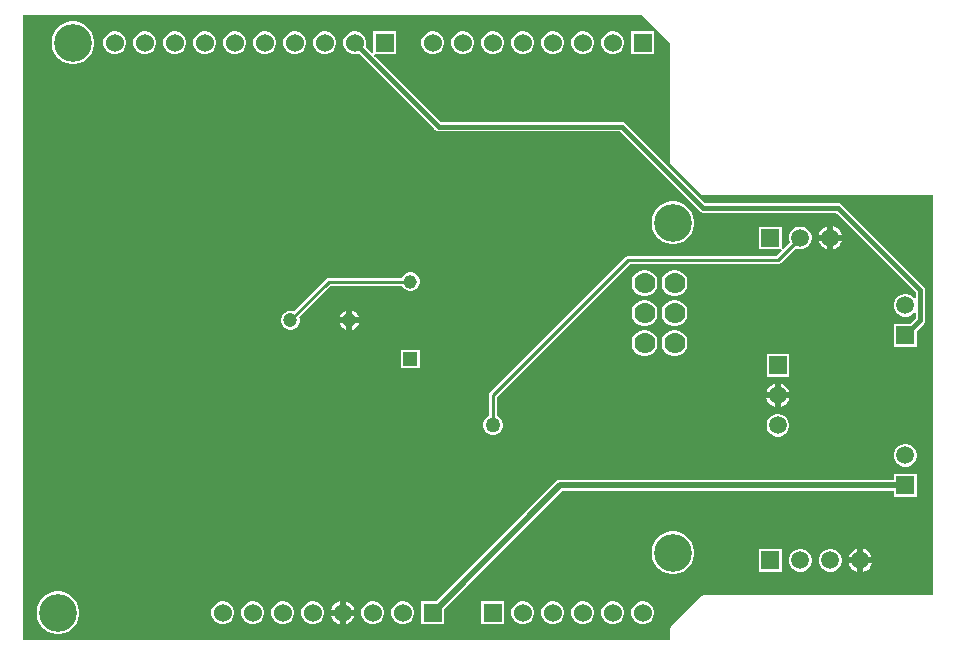
<source format=gbr>
%TF.GenerationSoftware,Altium Limited,Altium Designer,23.6.0 (18)*%
G04 Layer_Physical_Order=1*
G04 Layer_Color=255*
%FSLAX45Y45*%
%MOMM*%
%TF.SameCoordinates,BE964043-2EFE-40DF-B488-D83AE96C0F84*%
%TF.FilePolarity,Positive*%
%TF.FileFunction,Copper,L1,Top,Signal*%
%TF.Part,Single*%
G01*
G75*
%TA.AperFunction,Conductor*%
%ADD10C,0.25400*%
%ADD11C,0.38100*%
%ADD12C,0.50800*%
%TA.AperFunction,ComponentPad*%
%ADD13C,1.50000*%
%ADD14R,1.50000X1.50000*%
%ADD15R,1.50000X1.50000*%
%ADD16C,1.20000*%
%ADD17C,1.15000*%
%ADD18R,1.15000X1.15000*%
%TA.AperFunction,ViaPad*%
%ADD19C,3.20000*%
%TA.AperFunction,ComponentPad*%
%ADD20R,1.52400X1.52400*%
%ADD21C,1.52400*%
%ADD22C,1.77800*%
%TA.AperFunction,ViaPad*%
%ADD23C,1.27000*%
G36*
X6583609Y5071554D02*
Y4064001D01*
X6585162Y4056197D01*
X6589582Y4049581D01*
X6843581Y3795583D01*
X6843581Y3795582D01*
X6850197Y3791162D01*
X6858001Y3789609D01*
X8806109D01*
Y401391D01*
X6858001D01*
X6850197Y399838D01*
X6843581Y395418D01*
X6589583Y141419D01*
X6589582Y141419D01*
X6585162Y134803D01*
X6583609Y126999D01*
Y20391D01*
X1099891D01*
Y5313609D01*
X6341554D01*
X6583609Y5071554D01*
D02*
G37*
%LPC*%
G36*
X4262120Y5176520D02*
X4069080D01*
Y4997249D01*
X4056380Y4991988D01*
X4002405Y5045963D01*
X4008120Y5067293D01*
Y5092707D01*
X4001542Y5117255D01*
X3988835Y5139265D01*
X3970865Y5157235D01*
X3948855Y5169942D01*
X3924307Y5176520D01*
X3898893D01*
X3874345Y5169942D01*
X3852335Y5157235D01*
X3834365Y5139265D01*
X3821658Y5117255D01*
X3815080Y5092707D01*
Y5067293D01*
X3821658Y5042745D01*
X3834365Y5020735D01*
X3852335Y5002765D01*
X3874345Y4990058D01*
X3898893Y4983480D01*
X3924307D01*
X3945637Y4989195D01*
X4592651Y4342181D01*
X4605674Y4333479D01*
X4621035Y4330423D01*
X6153808D01*
X6829616Y3654616D01*
X6842639Y3645914D01*
X6858000Y3642859D01*
X7984373D01*
X8659359Y2967873D01*
Y2921137D01*
X8646659Y2918144D01*
X8631028Y2933775D01*
X8609292Y2946324D01*
X8585049Y2952820D01*
X8559951D01*
X8535708Y2946324D01*
X8513972Y2933775D01*
X8496225Y2916028D01*
X8483676Y2894292D01*
X8477180Y2870049D01*
Y2844951D01*
X8483676Y2820708D01*
X8496225Y2798972D01*
X8513972Y2781225D01*
X8535708Y2768676D01*
X8559951Y2762180D01*
X8585049D01*
X8609292Y2768676D01*
X8631028Y2781225D01*
X8646659Y2796856D01*
X8659359Y2793863D01*
Y2747127D01*
X8611051Y2698820D01*
X8477180D01*
Y2508180D01*
X8667820D01*
Y2642051D01*
X8727884Y2702116D01*
X8736586Y2715139D01*
X8739641Y2730500D01*
Y2984500D01*
X8736586Y2999861D01*
X8727884Y3012884D01*
X8029384Y3711384D01*
X8016361Y3720086D01*
X8001000Y3723141D01*
X6874627D01*
X6198819Y4398949D01*
X6185797Y4407651D01*
X6170435Y4410706D01*
X4637662D01*
X4077588Y4970780D01*
X4082849Y4983480D01*
X4262120D01*
Y5176520D01*
D02*
G37*
G36*
X6446520D02*
X6253480D01*
Y4983480D01*
X6446520D01*
Y5176520D01*
D02*
G37*
G36*
X6108707D02*
X6083293D01*
X6058745Y5169942D01*
X6036735Y5157235D01*
X6018765Y5139265D01*
X6006058Y5117255D01*
X5999480Y5092707D01*
Y5067293D01*
X6006058Y5042745D01*
X6018765Y5020735D01*
X6036735Y5002765D01*
X6058745Y4990058D01*
X6083293Y4983480D01*
X6108707D01*
X6133255Y4990058D01*
X6155265Y5002765D01*
X6173235Y5020735D01*
X6185942Y5042745D01*
X6192520Y5067293D01*
Y5092707D01*
X6185942Y5117255D01*
X6173235Y5139265D01*
X6155265Y5157235D01*
X6133255Y5169942D01*
X6108707Y5176520D01*
D02*
G37*
G36*
X5854707D02*
X5829293D01*
X5804745Y5169942D01*
X5782735Y5157235D01*
X5764765Y5139265D01*
X5752058Y5117255D01*
X5745480Y5092707D01*
Y5067293D01*
X5752058Y5042745D01*
X5764765Y5020735D01*
X5782735Y5002765D01*
X5804745Y4990058D01*
X5829293Y4983480D01*
X5854707D01*
X5879255Y4990058D01*
X5901265Y5002765D01*
X5919235Y5020735D01*
X5931942Y5042745D01*
X5938520Y5067293D01*
Y5092707D01*
X5931942Y5117255D01*
X5919235Y5139265D01*
X5901265Y5157235D01*
X5879255Y5169942D01*
X5854707Y5176520D01*
D02*
G37*
G36*
X5600707D02*
X5575293D01*
X5550745Y5169942D01*
X5528735Y5157235D01*
X5510765Y5139265D01*
X5498058Y5117255D01*
X5491480Y5092707D01*
Y5067293D01*
X5498058Y5042745D01*
X5510765Y5020735D01*
X5528735Y5002765D01*
X5550745Y4990058D01*
X5575293Y4983480D01*
X5600707D01*
X5625255Y4990058D01*
X5647265Y5002765D01*
X5665235Y5020735D01*
X5677942Y5042745D01*
X5684520Y5067293D01*
Y5092707D01*
X5677942Y5117255D01*
X5665235Y5139265D01*
X5647265Y5157235D01*
X5625255Y5169942D01*
X5600707Y5176520D01*
D02*
G37*
G36*
X5346707D02*
X5321293D01*
X5296745Y5169942D01*
X5274735Y5157235D01*
X5256765Y5139265D01*
X5244058Y5117255D01*
X5237480Y5092707D01*
Y5067293D01*
X5244058Y5042745D01*
X5256765Y5020735D01*
X5274735Y5002765D01*
X5296745Y4990058D01*
X5321293Y4983480D01*
X5346707D01*
X5371255Y4990058D01*
X5393265Y5002765D01*
X5411235Y5020735D01*
X5423942Y5042745D01*
X5430520Y5067293D01*
Y5092707D01*
X5423942Y5117255D01*
X5411235Y5139265D01*
X5393265Y5157235D01*
X5371255Y5169942D01*
X5346707Y5176520D01*
D02*
G37*
G36*
X5092707D02*
X5067293D01*
X5042745Y5169942D01*
X5020735Y5157235D01*
X5002765Y5139265D01*
X4990058Y5117255D01*
X4983480Y5092707D01*
Y5067293D01*
X4990058Y5042745D01*
X5002765Y5020735D01*
X5020735Y5002765D01*
X5042745Y4990058D01*
X5067293Y4983480D01*
X5092707D01*
X5117255Y4990058D01*
X5139265Y5002765D01*
X5157235Y5020735D01*
X5169942Y5042745D01*
X5176520Y5067293D01*
Y5092707D01*
X5169942Y5117255D01*
X5157235Y5139265D01*
X5139265Y5157235D01*
X5117255Y5169942D01*
X5092707Y5176520D01*
D02*
G37*
G36*
X4838707D02*
X4813293D01*
X4788745Y5169942D01*
X4766735Y5157235D01*
X4748765Y5139265D01*
X4736058Y5117255D01*
X4729480Y5092707D01*
Y5067293D01*
X4736058Y5042745D01*
X4748765Y5020735D01*
X4766735Y5002765D01*
X4788745Y4990058D01*
X4813293Y4983480D01*
X4838707D01*
X4863255Y4990058D01*
X4885265Y5002765D01*
X4903235Y5020735D01*
X4915942Y5042745D01*
X4922520Y5067293D01*
Y5092707D01*
X4915942Y5117255D01*
X4903235Y5139265D01*
X4885265Y5157235D01*
X4863255Y5169942D01*
X4838707Y5176520D01*
D02*
G37*
G36*
X4584707D02*
X4559293D01*
X4534745Y5169942D01*
X4512735Y5157235D01*
X4494765Y5139265D01*
X4482058Y5117255D01*
X4475480Y5092707D01*
Y5067293D01*
X4482058Y5042745D01*
X4494765Y5020735D01*
X4512735Y5002765D01*
X4534745Y4990058D01*
X4559293Y4983480D01*
X4584707D01*
X4609255Y4990058D01*
X4631265Y5002765D01*
X4649235Y5020735D01*
X4661942Y5042745D01*
X4668520Y5067293D01*
Y5092707D01*
X4661942Y5117255D01*
X4649235Y5139265D01*
X4631265Y5157235D01*
X4609255Y5169942D01*
X4584707Y5176520D01*
D02*
G37*
G36*
X3670307D02*
X3644893D01*
X3620345Y5169942D01*
X3598335Y5157235D01*
X3580365Y5139265D01*
X3567658Y5117255D01*
X3561080Y5092707D01*
Y5067293D01*
X3567658Y5042745D01*
X3580365Y5020735D01*
X3598335Y5002765D01*
X3620345Y4990058D01*
X3644893Y4983480D01*
X3670307D01*
X3694855Y4990058D01*
X3716865Y5002765D01*
X3734835Y5020735D01*
X3747542Y5042745D01*
X3754120Y5067293D01*
Y5092707D01*
X3747542Y5117255D01*
X3734835Y5139265D01*
X3716865Y5157235D01*
X3694855Y5169942D01*
X3670307Y5176520D01*
D02*
G37*
G36*
X3416307D02*
X3390893D01*
X3366345Y5169942D01*
X3344335Y5157235D01*
X3326365Y5139265D01*
X3313658Y5117255D01*
X3307080Y5092707D01*
Y5067293D01*
X3313658Y5042745D01*
X3326365Y5020735D01*
X3344335Y5002765D01*
X3366345Y4990058D01*
X3390893Y4983480D01*
X3416307D01*
X3440855Y4990058D01*
X3462865Y5002765D01*
X3480835Y5020735D01*
X3493542Y5042745D01*
X3500120Y5067293D01*
Y5092707D01*
X3493542Y5117255D01*
X3480835Y5139265D01*
X3462865Y5157235D01*
X3440855Y5169942D01*
X3416307Y5176520D01*
D02*
G37*
G36*
X3162307D02*
X3136893D01*
X3112345Y5169942D01*
X3090335Y5157235D01*
X3072365Y5139265D01*
X3059658Y5117255D01*
X3053080Y5092707D01*
Y5067293D01*
X3059658Y5042745D01*
X3072365Y5020735D01*
X3090335Y5002765D01*
X3112345Y4990058D01*
X3136893Y4983480D01*
X3162307D01*
X3186855Y4990058D01*
X3208865Y5002765D01*
X3226835Y5020735D01*
X3239542Y5042745D01*
X3246120Y5067293D01*
Y5092707D01*
X3239542Y5117255D01*
X3226835Y5139265D01*
X3208865Y5157235D01*
X3186855Y5169942D01*
X3162307Y5176520D01*
D02*
G37*
G36*
X2908307D02*
X2882893D01*
X2858345Y5169942D01*
X2836335Y5157235D01*
X2818365Y5139265D01*
X2805658Y5117255D01*
X2799080Y5092707D01*
Y5067293D01*
X2805658Y5042745D01*
X2818365Y5020735D01*
X2836335Y5002765D01*
X2858345Y4990058D01*
X2882893Y4983480D01*
X2908307D01*
X2932855Y4990058D01*
X2954865Y5002765D01*
X2972835Y5020735D01*
X2985542Y5042745D01*
X2992120Y5067293D01*
Y5092707D01*
X2985542Y5117255D01*
X2972835Y5139265D01*
X2954865Y5157235D01*
X2932855Y5169942D01*
X2908307Y5176520D01*
D02*
G37*
G36*
X2654307D02*
X2628893D01*
X2604345Y5169942D01*
X2582335Y5157235D01*
X2564365Y5139265D01*
X2551658Y5117255D01*
X2545080Y5092707D01*
Y5067293D01*
X2551658Y5042745D01*
X2564365Y5020735D01*
X2582335Y5002765D01*
X2604345Y4990058D01*
X2628893Y4983480D01*
X2654307D01*
X2678855Y4990058D01*
X2700865Y5002765D01*
X2718835Y5020735D01*
X2731542Y5042745D01*
X2738120Y5067293D01*
Y5092707D01*
X2731542Y5117255D01*
X2718835Y5139265D01*
X2700865Y5157235D01*
X2678855Y5169942D01*
X2654307Y5176520D01*
D02*
G37*
G36*
X2400307D02*
X2374893D01*
X2350345Y5169942D01*
X2328335Y5157235D01*
X2310365Y5139265D01*
X2297658Y5117255D01*
X2291080Y5092707D01*
Y5067293D01*
X2297658Y5042745D01*
X2310365Y5020735D01*
X2328335Y5002765D01*
X2350345Y4990058D01*
X2374893Y4983480D01*
X2400307D01*
X2424855Y4990058D01*
X2446865Y5002765D01*
X2464835Y5020735D01*
X2477542Y5042745D01*
X2484120Y5067293D01*
Y5092707D01*
X2477542Y5117255D01*
X2464835Y5139265D01*
X2446865Y5157235D01*
X2424855Y5169942D01*
X2400307Y5176520D01*
D02*
G37*
G36*
X2146307D02*
X2120893D01*
X2096345Y5169942D01*
X2074335Y5157235D01*
X2056365Y5139265D01*
X2043658Y5117255D01*
X2037080Y5092707D01*
Y5067293D01*
X2043658Y5042745D01*
X2056365Y5020735D01*
X2074335Y5002765D01*
X2096345Y4990058D01*
X2120893Y4983480D01*
X2146307D01*
X2170855Y4990058D01*
X2192865Y5002765D01*
X2210835Y5020735D01*
X2223542Y5042745D01*
X2230120Y5067293D01*
Y5092707D01*
X2223542Y5117255D01*
X2210835Y5139265D01*
X2192865Y5157235D01*
X2170855Y5169942D01*
X2146307Y5176520D01*
D02*
G37*
G36*
X1892307D02*
X1866893D01*
X1842345Y5169942D01*
X1820335Y5157235D01*
X1802365Y5139265D01*
X1789658Y5117255D01*
X1783080Y5092707D01*
Y5067293D01*
X1789658Y5042745D01*
X1802365Y5020735D01*
X1820335Y5002765D01*
X1842345Y4990058D01*
X1866893Y4983480D01*
X1892307D01*
X1916855Y4990058D01*
X1938865Y5002765D01*
X1956835Y5020735D01*
X1969542Y5042745D01*
X1976120Y5067293D01*
Y5092707D01*
X1969542Y5117255D01*
X1956835Y5139265D01*
X1938865Y5157235D01*
X1916855Y5169942D01*
X1892307Y5176520D01*
D02*
G37*
G36*
X1541760Y5260320D02*
X1506240D01*
X1471403Y5253390D01*
X1438586Y5239797D01*
X1409053Y5220064D01*
X1383936Y5194947D01*
X1364203Y5165414D01*
X1350610Y5132597D01*
X1343680Y5097760D01*
Y5062240D01*
X1350610Y5027403D01*
X1364203Y4994586D01*
X1383936Y4965053D01*
X1409053Y4939936D01*
X1438586Y4920203D01*
X1471403Y4906610D01*
X1506240Y4899680D01*
X1541760D01*
X1576597Y4906610D01*
X1609414Y4920203D01*
X1638947Y4939936D01*
X1664064Y4965053D01*
X1683797Y4994586D01*
X1697390Y5027403D01*
X1704320Y5062240D01*
Y5097760D01*
X1697390Y5132597D01*
X1683797Y5165414D01*
X1664064Y5194947D01*
X1638947Y5220064D01*
X1609414Y5239797D01*
X1576597Y5253390D01*
X1541760Y5260320D01*
D02*
G37*
G36*
X7962900Y3526136D02*
Y3454400D01*
X8034636D01*
X8031058Y3467753D01*
X8017840Y3490647D01*
X7999147Y3509340D01*
X7976253Y3522558D01*
X7962900Y3526136D01*
D02*
G37*
G36*
X7912100D02*
X7898747Y3522558D01*
X7875853Y3509340D01*
X7857160Y3490647D01*
X7843942Y3467753D01*
X7840364Y3454400D01*
X7912100D01*
Y3526136D01*
D02*
G37*
G36*
X6621760Y3736320D02*
X6586240D01*
X6551403Y3729390D01*
X6518586Y3715797D01*
X6489053Y3696064D01*
X6463936Y3670947D01*
X6444203Y3641414D01*
X6430610Y3608597D01*
X6423680Y3573760D01*
Y3538240D01*
X6430610Y3503403D01*
X6444203Y3470586D01*
X6463936Y3441053D01*
X6489053Y3415936D01*
X6518586Y3396203D01*
X6551403Y3382610D01*
X6586240Y3375680D01*
X6621760D01*
X6656597Y3382610D01*
X6689414Y3396203D01*
X6718947Y3415936D01*
X6744064Y3441053D01*
X6763797Y3470586D01*
X6777390Y3503403D01*
X6784320Y3538240D01*
Y3573760D01*
X6777390Y3608597D01*
X6763797Y3641414D01*
X6744064Y3670947D01*
X6718947Y3696064D01*
X6689414Y3715797D01*
X6656597Y3729390D01*
X6621760Y3736320D01*
D02*
G37*
G36*
X8034636Y3403600D02*
X7962900D01*
Y3331864D01*
X7976253Y3335442D01*
X7999147Y3348660D01*
X8017840Y3367353D01*
X8031058Y3390247D01*
X8034636Y3403600D01*
D02*
G37*
G36*
X7912100D02*
X7840364D01*
X7843942Y3390247D01*
X7857160Y3367353D01*
X7875853Y3348660D01*
X7898747Y3335442D01*
X7912100Y3331864D01*
Y3403600D01*
D02*
G37*
G36*
X7696049Y3524320D02*
X7670951D01*
X7646708Y3517824D01*
X7624972Y3505275D01*
X7607225Y3487528D01*
X7594676Y3465792D01*
X7588180Y3441549D01*
Y3416451D01*
X7594676Y3392208D01*
X7596294Y3389406D01*
X7535365Y3328477D01*
X7524820Y3335893D01*
X7524820Y3345463D01*
Y3524320D01*
X7334180D01*
Y3333680D01*
X7512329D01*
X7522607Y3333680D01*
X7530023Y3323135D01*
X7479055Y3272167D01*
X6223000D01*
X6210116Y3269604D01*
X6199194Y3262306D01*
X5056194Y2119306D01*
X5048896Y2108384D01*
X5046333Y2095500D01*
Y1918849D01*
X5028533Y1908573D01*
X5012927Y1892967D01*
X5001892Y1873853D01*
X4996180Y1852535D01*
Y1830465D01*
X5001892Y1809147D01*
X5012927Y1790033D01*
X5028533Y1774427D01*
X5047647Y1763392D01*
X5068965Y1757680D01*
X5091035D01*
X5112353Y1763392D01*
X5131467Y1774427D01*
X5147073Y1790033D01*
X5158108Y1809147D01*
X5163820Y1830465D01*
Y1852535D01*
X5158108Y1873853D01*
X5147073Y1892967D01*
X5131467Y1908573D01*
X5113667Y1918849D01*
Y2081555D01*
X6236945Y3204833D01*
X7493000D01*
X7505884Y3207396D01*
X7516806Y3214694D01*
X7643906Y3341794D01*
X7646708Y3340176D01*
X7670951Y3333680D01*
X7696049D01*
X7720292Y3340176D01*
X7742028Y3352725D01*
X7759775Y3370472D01*
X7772324Y3392208D01*
X7778820Y3416451D01*
Y3441549D01*
X7772324Y3465792D01*
X7759775Y3487528D01*
X7742028Y3505275D01*
X7720292Y3517824D01*
X7696049Y3524320D01*
D02*
G37*
G36*
X4391745Y3136320D02*
X4371255D01*
X4351462Y3131017D01*
X4333717Y3120772D01*
X4319228Y3106283D01*
X4311079Y3092167D01*
X3693500D01*
X3680616Y3089604D01*
X3669694Y3082306D01*
X3393530Y2806142D01*
X3376074Y2810820D01*
X3354926D01*
X3334498Y2805346D01*
X3316182Y2794772D01*
X3301228Y2779818D01*
X3290654Y2761502D01*
X3285180Y2741074D01*
Y2719926D01*
X3290654Y2699498D01*
X3301228Y2681182D01*
X3316182Y2666228D01*
X3334498Y2655654D01*
X3354926Y2650180D01*
X3376074D01*
X3396502Y2655654D01*
X3414818Y2666228D01*
X3429772Y2681182D01*
X3440346Y2699498D01*
X3445820Y2719926D01*
Y2741074D01*
X3441142Y2758530D01*
X3707445Y3024833D01*
X4311079D01*
X4319228Y3010717D01*
X4333717Y2996228D01*
X4351462Y2985983D01*
X4371255Y2980680D01*
X4391745D01*
X4411538Y2985983D01*
X4429283Y2996228D01*
X4443772Y3010717D01*
X4454017Y3028463D01*
X4459320Y3048255D01*
Y3068745D01*
X4454017Y3088538D01*
X4443772Y3106283D01*
X4429283Y3120772D01*
X4411538Y3131017D01*
X4391745Y3136320D01*
D02*
G37*
G36*
X6632380Y3152219D02*
X6603621D01*
X6575843Y3144776D01*
X6550938Y3130396D01*
X6530603Y3110061D01*
X6516224Y3085156D01*
X6508780Y3057378D01*
Y3028620D01*
X6516224Y3000841D01*
X6530603Y2975936D01*
X6550938Y2955601D01*
X6575843Y2941222D01*
X6603621Y2933779D01*
X6632380D01*
X6660158Y2941222D01*
X6685063Y2955601D01*
X6705398Y2975936D01*
X6719777Y3000841D01*
X6727220Y3028620D01*
Y3057378D01*
X6719777Y3085156D01*
X6705398Y3110061D01*
X6685063Y3130396D01*
X6660158Y3144776D01*
X6632380Y3152219D01*
D02*
G37*
G36*
X6378380D02*
X6349621D01*
X6321843Y3144776D01*
X6296938Y3130396D01*
X6276603Y3110061D01*
X6262224Y3085156D01*
X6254780Y3057378D01*
Y3028620D01*
X6262224Y3000841D01*
X6276603Y2975936D01*
X6296938Y2955601D01*
X6321843Y2941222D01*
X6349621Y2933779D01*
X6378380D01*
X6406158Y2941222D01*
X6431063Y2955601D01*
X6451398Y2975936D01*
X6465777Y3000841D01*
X6473220Y3028620D01*
Y3057378D01*
X6465777Y3085156D01*
X6451398Y3110061D01*
X6431063Y3130396D01*
X6406158Y3144776D01*
X6378380Y3152219D01*
D02*
G37*
G36*
X3890900Y2812106D02*
Y2755900D01*
X3947106D01*
X3945080Y2763463D01*
X3933837Y2782937D01*
X3917937Y2798837D01*
X3898463Y2810080D01*
X3890900Y2812106D01*
D02*
G37*
G36*
X3840100D02*
X3832537Y2810080D01*
X3813063Y2798837D01*
X3797163Y2782937D01*
X3785920Y2763463D01*
X3783894Y2755900D01*
X3840100D01*
Y2812106D01*
D02*
G37*
G36*
X6632380Y2898219D02*
X6603621D01*
X6575843Y2890776D01*
X6550938Y2876396D01*
X6530603Y2856061D01*
X6516224Y2831156D01*
X6508780Y2803378D01*
Y2774620D01*
X6516224Y2746841D01*
X6530603Y2721936D01*
X6550938Y2701601D01*
X6575843Y2687222D01*
X6603621Y2679779D01*
X6632380D01*
X6660158Y2687222D01*
X6685063Y2701601D01*
X6705398Y2721936D01*
X6719777Y2746841D01*
X6727220Y2774620D01*
Y2803378D01*
X6719777Y2831156D01*
X6705398Y2856061D01*
X6685063Y2876396D01*
X6660158Y2890776D01*
X6632380Y2898219D01*
D02*
G37*
G36*
X6378380D02*
X6349621D01*
X6321843Y2890776D01*
X6296938Y2876396D01*
X6276603Y2856061D01*
X6262224Y2831156D01*
X6254780Y2803378D01*
Y2774620D01*
X6262224Y2746841D01*
X6276603Y2721936D01*
X6296938Y2701601D01*
X6321843Y2687222D01*
X6349621Y2679779D01*
X6378380D01*
X6406158Y2687222D01*
X6431063Y2701601D01*
X6451398Y2721936D01*
X6465777Y2746841D01*
X6473220Y2774620D01*
Y2803378D01*
X6465777Y2831156D01*
X6451398Y2856061D01*
X6431063Y2876396D01*
X6406158Y2890776D01*
X6378380Y2898219D01*
D02*
G37*
G36*
X3947106Y2705100D02*
X3890900D01*
Y2648894D01*
X3898463Y2650920D01*
X3917937Y2662163D01*
X3933837Y2678063D01*
X3945080Y2697537D01*
X3947106Y2705100D01*
D02*
G37*
G36*
X3840100D02*
X3783894D01*
X3785920Y2697537D01*
X3797163Y2678063D01*
X3813063Y2662163D01*
X3832537Y2650920D01*
X3840100Y2648894D01*
Y2705100D01*
D02*
G37*
G36*
X6632380Y2644219D02*
X6603621D01*
X6575843Y2636776D01*
X6550938Y2622396D01*
X6530603Y2602061D01*
X6516224Y2577156D01*
X6508780Y2549378D01*
Y2520620D01*
X6516224Y2492841D01*
X6530603Y2467936D01*
X6550938Y2447601D01*
X6575843Y2433222D01*
X6603621Y2425779D01*
X6632380D01*
X6660158Y2433222D01*
X6685063Y2447601D01*
X6705398Y2467936D01*
X6719777Y2492841D01*
X6727220Y2520620D01*
Y2549378D01*
X6719777Y2577156D01*
X6705398Y2602061D01*
X6685063Y2622396D01*
X6660158Y2636776D01*
X6632380Y2644219D01*
D02*
G37*
G36*
X6378380D02*
X6349621D01*
X6321843Y2636776D01*
X6296938Y2622396D01*
X6276603Y2602061D01*
X6262224Y2577156D01*
X6254780Y2549378D01*
Y2520620D01*
X6262224Y2492841D01*
X6276603Y2467936D01*
X6296938Y2447601D01*
X6321843Y2433222D01*
X6349621Y2425779D01*
X6378380D01*
X6406158Y2433222D01*
X6431063Y2447601D01*
X6451398Y2467936D01*
X6465777Y2492841D01*
X6473220Y2520620D01*
Y2549378D01*
X6465777Y2577156D01*
X6451398Y2602061D01*
X6431063Y2622396D01*
X6406158Y2636776D01*
X6378380Y2644219D01*
D02*
G37*
G36*
X4459320Y2480320D02*
X4303680D01*
Y2324680D01*
X4459320D01*
Y2480320D01*
D02*
G37*
G36*
X7588320Y2444820D02*
X7397680D01*
Y2254180D01*
X7588320D01*
Y2444820D01*
D02*
G37*
G36*
X7518400Y2192636D02*
Y2120900D01*
X7590136D01*
X7586558Y2134253D01*
X7573340Y2157147D01*
X7554647Y2175840D01*
X7531753Y2189058D01*
X7518400Y2192636D01*
D02*
G37*
G36*
X7467600D02*
X7454247Y2189058D01*
X7431353Y2175840D01*
X7412660Y2157147D01*
X7399442Y2134253D01*
X7395864Y2120900D01*
X7467600D01*
Y2192636D01*
D02*
G37*
G36*
X7590136Y2070100D02*
X7518400D01*
Y1998364D01*
X7531753Y2001942D01*
X7554647Y2015160D01*
X7573340Y2033853D01*
X7586558Y2056747D01*
X7590136Y2070100D01*
D02*
G37*
G36*
X7467600D02*
X7395864D01*
X7399442Y2056747D01*
X7412660Y2033853D01*
X7431353Y2015160D01*
X7454247Y2001942D01*
X7467600Y1998364D01*
Y2070100D01*
D02*
G37*
G36*
X7505549Y1936820D02*
X7480451D01*
X7456208Y1930324D01*
X7434472Y1917775D01*
X7416725Y1900028D01*
X7404176Y1878292D01*
X7397680Y1854049D01*
Y1828951D01*
X7404176Y1804708D01*
X7416725Y1782972D01*
X7434472Y1765225D01*
X7456208Y1752676D01*
X7480451Y1746180D01*
X7505549D01*
X7529792Y1752676D01*
X7551528Y1765225D01*
X7569275Y1782972D01*
X7581824Y1804708D01*
X7588320Y1828951D01*
Y1854049D01*
X7581824Y1878292D01*
X7569275Y1900028D01*
X7551528Y1917775D01*
X7529792Y1930324D01*
X7505549Y1936820D01*
D02*
G37*
G36*
X8585049Y1682820D02*
X8559951D01*
X8535708Y1676324D01*
X8513972Y1663775D01*
X8496225Y1646028D01*
X8483676Y1624292D01*
X8477180Y1600049D01*
Y1574951D01*
X8483676Y1550708D01*
X8496225Y1528972D01*
X8513972Y1511225D01*
X8535708Y1498676D01*
X8559951Y1492180D01*
X8585049D01*
X8609292Y1498676D01*
X8631028Y1511225D01*
X8648775Y1528972D01*
X8661324Y1550708D01*
X8667820Y1574951D01*
Y1600049D01*
X8661324Y1624292D01*
X8648775Y1646028D01*
X8631028Y1663775D01*
X8609292Y1676324D01*
X8585049Y1682820D01*
D02*
G37*
G36*
X8667820Y1428820D02*
X8477180D01*
Y1380116D01*
X5651500D01*
X5633661Y1376567D01*
X5618538Y1366462D01*
X4602596Y350520D01*
X4475480D01*
Y157480D01*
X4668520D01*
Y284596D01*
X5670809Y1286884D01*
X8477180D01*
Y1238180D01*
X8667820D01*
Y1428820D01*
D02*
G37*
G36*
X8216900Y795636D02*
Y723900D01*
X8288636D01*
X8285058Y737253D01*
X8271840Y760147D01*
X8253147Y778840D01*
X8230253Y792058D01*
X8216900Y795636D01*
D02*
G37*
G36*
X8166100D02*
X8152747Y792058D01*
X8129853Y778840D01*
X8111160Y760147D01*
X8097942Y737253D01*
X8094364Y723900D01*
X8166100D01*
Y795636D01*
D02*
G37*
G36*
X7950049Y793820D02*
X7924951D01*
X7900708Y787324D01*
X7878972Y774775D01*
X7861225Y757028D01*
X7848676Y735292D01*
X7842180Y711049D01*
Y685951D01*
X7848676Y661708D01*
X7861225Y639972D01*
X7878972Y622225D01*
X7900708Y609676D01*
X7924951Y603180D01*
X7950049D01*
X7974292Y609676D01*
X7996028Y622225D01*
X8013775Y639972D01*
X8026324Y661708D01*
X8032820Y685951D01*
Y711049D01*
X8026324Y735292D01*
X8013775Y757028D01*
X7996028Y774775D01*
X7974292Y787324D01*
X7950049Y793820D01*
D02*
G37*
G36*
X7696049D02*
X7670951D01*
X7646708Y787324D01*
X7624972Y774775D01*
X7607225Y757028D01*
X7594676Y735292D01*
X7588180Y711049D01*
Y685951D01*
X7594676Y661708D01*
X7607225Y639972D01*
X7624972Y622225D01*
X7646708Y609676D01*
X7670951Y603180D01*
X7696049D01*
X7720292Y609676D01*
X7742028Y622225D01*
X7759775Y639972D01*
X7772324Y661708D01*
X7778820Y685951D01*
Y711049D01*
X7772324Y735292D01*
X7759775Y757028D01*
X7742028Y774775D01*
X7720292Y787324D01*
X7696049Y793820D01*
D02*
G37*
G36*
X7524820D02*
X7334180D01*
Y603180D01*
X7524820D01*
Y793820D01*
D02*
G37*
G36*
X8288636Y673100D02*
X8216900D01*
Y601364D01*
X8230253Y604942D01*
X8253147Y618160D01*
X8271840Y636853D01*
X8285058Y659747D01*
X8288636Y673100D01*
D02*
G37*
G36*
X8166100D02*
X8094364D01*
X8097942Y659747D01*
X8111160Y636853D01*
X8129853Y618160D01*
X8152747Y604942D01*
X8166100Y601364D01*
Y673100D01*
D02*
G37*
G36*
X6621760Y942320D02*
X6586240D01*
X6551403Y935390D01*
X6518586Y921797D01*
X6489053Y902064D01*
X6463936Y876947D01*
X6444203Y847414D01*
X6430610Y814597D01*
X6423680Y779760D01*
Y744240D01*
X6430610Y709403D01*
X6444203Y676586D01*
X6463936Y647053D01*
X6489053Y621936D01*
X6518586Y602203D01*
X6551403Y588610D01*
X6586240Y581680D01*
X6621760D01*
X6656597Y588610D01*
X6689414Y602203D01*
X6718947Y621936D01*
X6744064Y647053D01*
X6763797Y676586D01*
X6777390Y709403D01*
X6784320Y744240D01*
Y779760D01*
X6777390Y814597D01*
X6763797Y847414D01*
X6744064Y876947D01*
X6718947Y902064D01*
X6689414Y921797D01*
X6656597Y935390D01*
X6621760Y942320D01*
D02*
G37*
G36*
X3835400Y352378D02*
Y279400D01*
X3908378D01*
X3904676Y293216D01*
X3891300Y316384D01*
X3872384Y335300D01*
X3849216Y348676D01*
X3835400Y352378D01*
D02*
G37*
G36*
X3784600D02*
X3770784Y348676D01*
X3747616Y335300D01*
X3728700Y316384D01*
X3715324Y293216D01*
X3711622Y279400D01*
X3784600D01*
Y352378D01*
D02*
G37*
G36*
X6362707Y350520D02*
X6337293D01*
X6312745Y343942D01*
X6290735Y331235D01*
X6272765Y313265D01*
X6260058Y291255D01*
X6253480Y266707D01*
Y241293D01*
X6260058Y216745D01*
X6272765Y194735D01*
X6290735Y176765D01*
X6312745Y164058D01*
X6337293Y157480D01*
X6362707D01*
X6387255Y164058D01*
X6409265Y176765D01*
X6427235Y194735D01*
X6439942Y216745D01*
X6446520Y241293D01*
Y266707D01*
X6439942Y291255D01*
X6427235Y313265D01*
X6409265Y331235D01*
X6387255Y343942D01*
X6362707Y350520D01*
D02*
G37*
G36*
X6108707D02*
X6083293D01*
X6058745Y343942D01*
X6036735Y331235D01*
X6018765Y313265D01*
X6006058Y291255D01*
X5999480Y266707D01*
Y241293D01*
X6006058Y216745D01*
X6018765Y194735D01*
X6036735Y176765D01*
X6058745Y164058D01*
X6083293Y157480D01*
X6108707D01*
X6133255Y164058D01*
X6155265Y176765D01*
X6173235Y194735D01*
X6185942Y216745D01*
X6192520Y241293D01*
Y266707D01*
X6185942Y291255D01*
X6173235Y313265D01*
X6155265Y331235D01*
X6133255Y343942D01*
X6108707Y350520D01*
D02*
G37*
G36*
X5854707D02*
X5829293D01*
X5804745Y343942D01*
X5782735Y331235D01*
X5764765Y313265D01*
X5752058Y291255D01*
X5745480Y266707D01*
Y241293D01*
X5752058Y216745D01*
X5764765Y194735D01*
X5782735Y176765D01*
X5804745Y164058D01*
X5829293Y157480D01*
X5854707D01*
X5879255Y164058D01*
X5901265Y176765D01*
X5919235Y194735D01*
X5931942Y216745D01*
X5938520Y241293D01*
Y266707D01*
X5931942Y291255D01*
X5919235Y313265D01*
X5901265Y331235D01*
X5879255Y343942D01*
X5854707Y350520D01*
D02*
G37*
G36*
X5600707D02*
X5575293D01*
X5550745Y343942D01*
X5528735Y331235D01*
X5510765Y313265D01*
X5498058Y291255D01*
X5491480Y266707D01*
Y241293D01*
X5498058Y216745D01*
X5510765Y194735D01*
X5528735Y176765D01*
X5550745Y164058D01*
X5575293Y157480D01*
X5600707D01*
X5625255Y164058D01*
X5647265Y176765D01*
X5665235Y194735D01*
X5677942Y216745D01*
X5684520Y241293D01*
Y266707D01*
X5677942Y291255D01*
X5665235Y313265D01*
X5647265Y331235D01*
X5625255Y343942D01*
X5600707Y350520D01*
D02*
G37*
G36*
X5346707D02*
X5321293D01*
X5296745Y343942D01*
X5274735Y331235D01*
X5256765Y313265D01*
X5244058Y291255D01*
X5237480Y266707D01*
Y241293D01*
X5244058Y216745D01*
X5256765Y194735D01*
X5274735Y176765D01*
X5296745Y164058D01*
X5321293Y157480D01*
X5346707D01*
X5371255Y164058D01*
X5393265Y176765D01*
X5411235Y194735D01*
X5423942Y216745D01*
X5430520Y241293D01*
Y266707D01*
X5423942Y291255D01*
X5411235Y313265D01*
X5393265Y331235D01*
X5371255Y343942D01*
X5346707Y350520D01*
D02*
G37*
G36*
X5176520D02*
X4983480D01*
Y157480D01*
X5176520D01*
Y350520D01*
D02*
G37*
G36*
X4330707D02*
X4305293D01*
X4280745Y343942D01*
X4258735Y331235D01*
X4240765Y313265D01*
X4228058Y291255D01*
X4221480Y266707D01*
Y241293D01*
X4228058Y216745D01*
X4240765Y194735D01*
X4258735Y176765D01*
X4280745Y164058D01*
X4305293Y157480D01*
X4330707D01*
X4355255Y164058D01*
X4377265Y176765D01*
X4395235Y194735D01*
X4407942Y216745D01*
X4414520Y241293D01*
Y266707D01*
X4407942Y291255D01*
X4395235Y313265D01*
X4377265Y331235D01*
X4355255Y343942D01*
X4330707Y350520D01*
D02*
G37*
G36*
X4076707D02*
X4051293D01*
X4026745Y343942D01*
X4004735Y331235D01*
X3986765Y313265D01*
X3974058Y291255D01*
X3967480Y266707D01*
Y241293D01*
X3974058Y216745D01*
X3986765Y194735D01*
X4004735Y176765D01*
X4026745Y164058D01*
X4051293Y157480D01*
X4076707D01*
X4101255Y164058D01*
X4123265Y176765D01*
X4141235Y194735D01*
X4153942Y216745D01*
X4160520Y241293D01*
Y266707D01*
X4153942Y291255D01*
X4141235Y313265D01*
X4123265Y331235D01*
X4101255Y343942D01*
X4076707Y350520D01*
D02*
G37*
G36*
X3568707D02*
X3543293D01*
X3518745Y343942D01*
X3496735Y331235D01*
X3478765Y313265D01*
X3466058Y291255D01*
X3459480Y266707D01*
Y241293D01*
X3466058Y216745D01*
X3478765Y194735D01*
X3496735Y176765D01*
X3518745Y164058D01*
X3543293Y157480D01*
X3568707D01*
X3593255Y164058D01*
X3615265Y176765D01*
X3633235Y194735D01*
X3645942Y216745D01*
X3652520Y241293D01*
Y266707D01*
X3645942Y291255D01*
X3633235Y313265D01*
X3615265Y331235D01*
X3593255Y343942D01*
X3568707Y350520D01*
D02*
G37*
G36*
X3314707D02*
X3289293D01*
X3264745Y343942D01*
X3242735Y331235D01*
X3224765Y313265D01*
X3212058Y291255D01*
X3205480Y266707D01*
Y241293D01*
X3212058Y216745D01*
X3224765Y194735D01*
X3242735Y176765D01*
X3264745Y164058D01*
X3289293Y157480D01*
X3314707D01*
X3339255Y164058D01*
X3361265Y176765D01*
X3379235Y194735D01*
X3391942Y216745D01*
X3398520Y241293D01*
Y266707D01*
X3391942Y291255D01*
X3379235Y313265D01*
X3361265Y331235D01*
X3339255Y343942D01*
X3314707Y350520D01*
D02*
G37*
G36*
X3060707D02*
X3035293D01*
X3010745Y343942D01*
X2988735Y331235D01*
X2970765Y313265D01*
X2958058Y291255D01*
X2951480Y266707D01*
Y241293D01*
X2958058Y216745D01*
X2970765Y194735D01*
X2988735Y176765D01*
X3010745Y164058D01*
X3035293Y157480D01*
X3060707D01*
X3085255Y164058D01*
X3107265Y176765D01*
X3125235Y194735D01*
X3137942Y216745D01*
X3144520Y241293D01*
Y266707D01*
X3137942Y291255D01*
X3125235Y313265D01*
X3107265Y331235D01*
X3085255Y343942D01*
X3060707Y350520D01*
D02*
G37*
G36*
X2806707D02*
X2781293D01*
X2756745Y343942D01*
X2734735Y331235D01*
X2716765Y313265D01*
X2704058Y291255D01*
X2697480Y266707D01*
Y241293D01*
X2704058Y216745D01*
X2716765Y194735D01*
X2734735Y176765D01*
X2756745Y164058D01*
X2781293Y157480D01*
X2806707D01*
X2831255Y164058D01*
X2853265Y176765D01*
X2871235Y194735D01*
X2883942Y216745D01*
X2890520Y241293D01*
Y266707D01*
X2883942Y291255D01*
X2871235Y313265D01*
X2853265Y331235D01*
X2831255Y343942D01*
X2806707Y350520D01*
D02*
G37*
G36*
X3908378Y228600D02*
X3835400D01*
Y155622D01*
X3849216Y159324D01*
X3872384Y172700D01*
X3891300Y191616D01*
X3904676Y214784D01*
X3908378Y228600D01*
D02*
G37*
G36*
X3784600D02*
X3711622D01*
X3715324Y214784D01*
X3728700Y191616D01*
X3747616Y172700D01*
X3770784Y159324D01*
X3784600Y155622D01*
Y228600D01*
D02*
G37*
G36*
X1414760Y434320D02*
X1379240D01*
X1344403Y427390D01*
X1311586Y413797D01*
X1282053Y394064D01*
X1256936Y368947D01*
X1237203Y339414D01*
X1223610Y306597D01*
X1216680Y271760D01*
Y236240D01*
X1223610Y201403D01*
X1237203Y168586D01*
X1256936Y139053D01*
X1282053Y113936D01*
X1311586Y94203D01*
X1344403Y80610D01*
X1379240Y73680D01*
X1414760D01*
X1449597Y80610D01*
X1482414Y94203D01*
X1511947Y113936D01*
X1537064Y139053D01*
X1556797Y168586D01*
X1570390Y201403D01*
X1577320Y236240D01*
Y271760D01*
X1570390Y306597D01*
X1556797Y339414D01*
X1537064Y368947D01*
X1511947Y394064D01*
X1482414Y413797D01*
X1449597Y427390D01*
X1414760Y434320D01*
D02*
G37*
%LPD*%
D10*
X7493000Y3238500D02*
X7683500Y3429000D01*
X5080000Y2095500D02*
X6223000Y3238500D01*
X7493000D01*
X5080000Y1841500D02*
Y2095500D01*
X3365500Y2730500D02*
X3693500Y3058500D01*
X4381500D01*
D11*
X6170435Y4370565D02*
X6858000Y3683000D01*
X4621035Y4370565D02*
X6170435D01*
X6858000Y3683000D02*
X8001000D01*
X8572500Y2603500D02*
X8699500Y2730500D01*
Y2984500D01*
X8001000Y3683000D02*
X8699500Y2984500D01*
X3911600Y5080000D02*
X4621035Y4370565D01*
D12*
X5651500Y1333500D02*
X8572500D01*
X4572000Y254000D02*
X5651500Y1333500D01*
D13*
X8572500Y2857500D02*
D03*
X7683500Y698500D02*
D03*
X7937500D02*
D03*
X8191500D02*
D03*
X7493000Y1841500D02*
D03*
Y2095500D02*
D03*
X7937500Y3429000D02*
D03*
X7683500D02*
D03*
X8572500Y1587500D02*
D03*
D14*
Y2603500D02*
D03*
X7493000Y2349500D02*
D03*
X8572500Y1333500D02*
D03*
D15*
X7429500Y698500D02*
D03*
Y3429000D02*
D03*
D16*
X3365500Y2730500D02*
D03*
X3865500D02*
D03*
D17*
X4381500Y3058500D02*
D03*
D18*
Y2402500D02*
D03*
D19*
X6604000Y762000D02*
D03*
Y3556000D02*
D03*
X1397000Y254000D02*
D03*
X1524000Y5080000D02*
D03*
D20*
X5080000Y254000D02*
D03*
X4165600Y5080000D02*
D03*
X6350000D02*
D03*
X4572000Y254000D02*
D03*
D21*
X5334000D02*
D03*
X5588000D02*
D03*
X5842000D02*
D03*
X6096000D02*
D03*
X6350000D02*
D03*
X3911600Y5080000D02*
D03*
X3657600D02*
D03*
X3403600D02*
D03*
X3149600D02*
D03*
X2895600D02*
D03*
X2641600D02*
D03*
X2387600D02*
D03*
X2133600D02*
D03*
X1879600D02*
D03*
X5588000D02*
D03*
X5334000D02*
D03*
X5080000D02*
D03*
X4826000D02*
D03*
X4572000D02*
D03*
X6096000D02*
D03*
X5842000D02*
D03*
X3810000Y254000D02*
D03*
X3556000D02*
D03*
X3302000D02*
D03*
X3048000D02*
D03*
X2794000D02*
D03*
X4318000D02*
D03*
X4064000D02*
D03*
D22*
X6364000Y3042999D02*
D03*
X6618000D02*
D03*
X6364000Y2788999D02*
D03*
X6618000D02*
D03*
X6364000Y2534999D02*
D03*
X6618000D02*
D03*
D23*
X5080000Y1841500D02*
D03*
%TF.MD5,a076030f5e3b3bd1ebe871550e5d4af1*%
M02*

</source>
